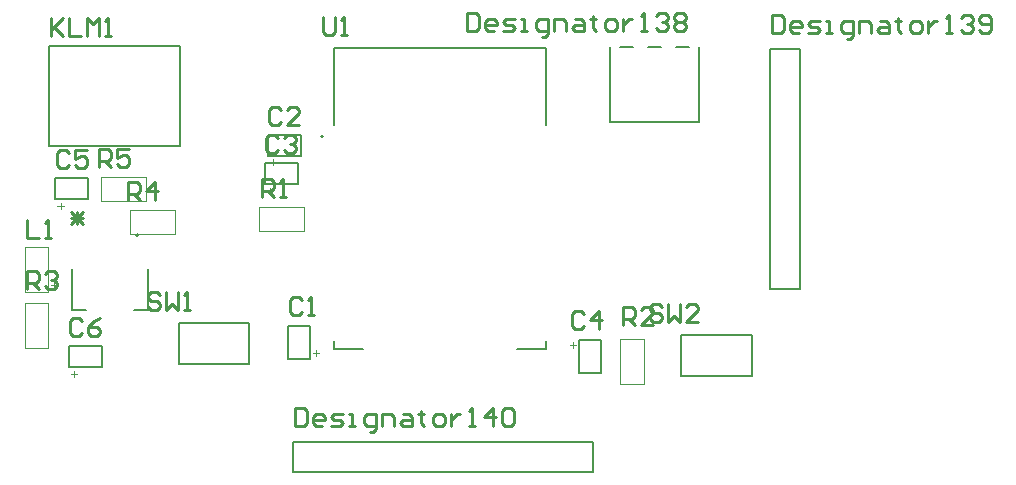
<source format=gto>
G04*
G04 #@! TF.GenerationSoftware,Altium Limited,Altium Designer,22.9.1 (49)*
G04*
G04 Layer_Color=65535*
%FSLAX25Y25*%
%MOIN*%
G70*
G04*
G04 #@! TF.SameCoordinates,5CD507B9-0275-4A0A-92E1-85163E932064*
G04*
G04*
G04 #@! TF.FilePolarity,Positive*
G04*
G01*
G75*
%ADD10C,0.00787*%
%ADD11C,0.00394*%
%ADD12C,0.00500*%
%ADD13C,0.01000*%
D10*
X104547Y143347D02*
G03*
X104547Y143347I-394J0D01*
G01*
X43008Y110413D02*
G03*
X43008Y110413I-394J0D01*
G01*
X102059Y41386D02*
X194559D01*
X94559D02*
X102059D01*
X94559Y31386D02*
Y41386D01*
Y31386D02*
X194559D01*
Y41386D01*
X253559Y172386D02*
X263559D01*
Y92386D02*
Y172386D01*
X253559Y92386D02*
X263559D01*
X253559D02*
Y172386D01*
X212697Y173016D02*
X217028D01*
X203445D02*
X207776D01*
X222146D02*
X226476D01*
X229999Y148137D02*
Y173016D01*
X200098Y148137D02*
Y173016D01*
Y148137D02*
X229999D01*
X13224Y173528D02*
X56925D01*
Y140063D02*
Y173528D01*
X13224Y140063D02*
X56925D01*
X13224D02*
Y173528D01*
X86047Y136843D02*
Y143929D01*
Y136843D02*
X97071D01*
Y143929D01*
X86047D02*
X97071D01*
X93016Y69224D02*
X100102D01*
Y80248D01*
X93016D02*
X100102D01*
X93016Y69224D02*
Y80248D01*
X85047Y127342D02*
Y134429D01*
Y127342D02*
X96071D01*
Y134429D01*
X85047D02*
X96071D01*
X15197Y122343D02*
Y129429D01*
Y122343D02*
X26221D01*
Y129429D01*
X15197D02*
X26221D01*
X19697Y66343D02*
Y73429D01*
Y66343D02*
X30720D01*
Y73429D01*
X19697D02*
X30720D01*
X190016Y75547D02*
X197102D01*
X190016Y64524D02*
Y75547D01*
Y64524D02*
X197102D01*
Y75547D01*
D11*
X98315Y111949D02*
Y119823D01*
X83354D02*
X98315D01*
X83354Y111949D02*
Y119823D01*
Y111949D02*
X98315D01*
X5122Y87866D02*
X12996D01*
X5122Y72905D02*
Y87866D01*
Y72905D02*
X12996D01*
Y87866D01*
X40079Y110949D02*
Y118823D01*
Y110949D02*
X55039D01*
Y118823D01*
X40079D02*
X55039D01*
X30579Y121949D02*
Y129823D01*
Y121949D02*
X45539D01*
Y129823D01*
X30579D02*
X45539D01*
X14965Y92587D02*
Y94949D01*
X13783Y93768D02*
X16146D01*
X5122Y91405D02*
Y106366D01*
X12996D01*
Y91405D02*
Y106366D01*
X5122Y91405D02*
X12996D01*
X203622Y75866D02*
X211496D01*
X203622Y60905D02*
Y75866D01*
Y60905D02*
X211496D01*
Y75866D01*
X86835Y134742D02*
X88934D01*
X87884Y135792D02*
Y133693D01*
X102202Y70012D02*
Y72111D01*
X101153Y71061D02*
X103252D01*
X85835Y125242D02*
X87934D01*
X86884Y126292D02*
Y124193D01*
X15984Y120243D02*
X18083D01*
X17034Y121292D02*
Y119193D01*
X20484Y64242D02*
X22583D01*
X21534Y65292D02*
Y63193D01*
X187916Y74760D02*
Y72661D01*
X188965Y73710D02*
X186866D01*
D12*
X178957Y147283D02*
Y172874D01*
X108091D02*
X178957D01*
X108091Y147283D02*
Y172874D01*
X178957Y72480D02*
Y75039D01*
X169311Y72480D02*
X178957D01*
X108091D02*
X117736D01*
X108091D02*
Y75039D01*
X56394Y81276D02*
X80016D01*
Y67496D02*
Y81276D01*
X56394Y67496D02*
X80016D01*
X56394D02*
Y81276D01*
X20764Y85413D02*
Y99193D01*
Y85413D02*
X25646D01*
X46354D02*
Y99193D01*
X41472Y85413D02*
X46354D01*
X223748Y77276D02*
X247370D01*
Y63496D02*
Y77276D01*
X223748Y63496D02*
X247370D01*
X223748D02*
Y77276D01*
D13*
X95159Y52784D02*
Y46786D01*
X98158D01*
X99158Y47785D01*
Y51784D01*
X98158Y52784D01*
X95159D01*
X104156Y46786D02*
X102157D01*
X101157Y47785D01*
Y49785D01*
X102157Y50784D01*
X104156D01*
X105156Y49785D01*
Y48785D01*
X101157D01*
X107155Y46786D02*
X110154D01*
X111154Y47785D01*
X110154Y48785D01*
X108155D01*
X107155Y49785D01*
X108155Y50784D01*
X111154D01*
X113153Y46786D02*
X115153D01*
X114153D01*
Y50784D01*
X113153D01*
X120151Y44787D02*
X121151D01*
X122150Y45786D01*
Y50784D01*
X119151D01*
X118152Y49785D01*
Y47785D01*
X119151Y46786D01*
X122150D01*
X124150D02*
Y50784D01*
X127149D01*
X128148Y49785D01*
Y46786D01*
X131147Y50784D02*
X133147D01*
X134146Y49785D01*
Y46786D01*
X131147D01*
X130148Y47785D01*
X131147Y48785D01*
X134146D01*
X137145Y51784D02*
Y50784D01*
X136146D01*
X138145D01*
X137145D01*
Y47785D01*
X138145Y46786D01*
X142144D02*
X144143D01*
X145143Y47785D01*
Y49785D01*
X144143Y50784D01*
X142144D01*
X141144Y49785D01*
Y47785D01*
X142144Y46786D01*
X147142Y50784D02*
Y46786D01*
Y48785D01*
X148142Y49785D01*
X149142Y50784D01*
X150141D01*
X153140Y46786D02*
X155140D01*
X154140D01*
Y52784D01*
X153140Y51784D01*
X161138Y46786D02*
Y52784D01*
X158139Y49785D01*
X162137D01*
X164137Y51784D02*
X165136Y52784D01*
X167136D01*
X168135Y51784D01*
Y47785D01*
X167136Y46786D01*
X165136D01*
X164137Y47785D01*
Y51784D01*
X254159Y183784D02*
Y177786D01*
X257158D01*
X258158Y178786D01*
Y182784D01*
X257158Y183784D01*
X254159D01*
X263156Y177786D02*
X261157D01*
X260157Y178786D01*
Y180785D01*
X261157Y181784D01*
X263156D01*
X264156Y180785D01*
Y179785D01*
X260157D01*
X266155Y177786D02*
X269154D01*
X270154Y178786D01*
X269154Y179785D01*
X267155D01*
X266155Y180785D01*
X267155Y181784D01*
X270154D01*
X272153Y177786D02*
X274153D01*
X273153D01*
Y181784D01*
X272153D01*
X279151Y175786D02*
X280151D01*
X281150Y176786D01*
Y181784D01*
X278151D01*
X277152Y180785D01*
Y178786D01*
X278151Y177786D01*
X281150D01*
X283150D02*
Y181784D01*
X286149D01*
X287148Y180785D01*
Y177786D01*
X290147Y181784D02*
X292147D01*
X293146Y180785D01*
Y177786D01*
X290147D01*
X289148Y178786D01*
X290147Y179785D01*
X293146D01*
X296146Y182784D02*
Y181784D01*
X295146D01*
X297145D01*
X296146D01*
Y178786D01*
X297145Y177786D01*
X301144D02*
X303143D01*
X304143Y178786D01*
Y180785D01*
X303143Y181784D01*
X301144D01*
X300144Y180785D01*
Y178786D01*
X301144Y177786D01*
X306142Y181784D02*
Y177786D01*
Y179785D01*
X307142Y180785D01*
X308142Y181784D01*
X309141D01*
X312140Y177786D02*
X314140D01*
X313140D01*
Y183784D01*
X312140Y182784D01*
X317139D02*
X318138Y183784D01*
X320138D01*
X321137Y182784D01*
Y181784D01*
X320138Y180785D01*
X319138D01*
X320138D01*
X321137Y179785D01*
Y178786D01*
X320138Y177786D01*
X318138D01*
X317139Y178786D01*
X323137D02*
X324136Y177786D01*
X326136D01*
X327135Y178786D01*
Y182784D01*
X326136Y183784D01*
X324136D01*
X323137Y182784D01*
Y181784D01*
X324136Y180785D01*
X327135D01*
X152459Y184384D02*
Y178386D01*
X155458D01*
X156458Y179385D01*
Y183384D01*
X155458Y184384D01*
X152459D01*
X161456Y178386D02*
X159457D01*
X158457Y179385D01*
Y181385D01*
X159457Y182385D01*
X161456D01*
X162456Y181385D01*
Y180385D01*
X158457D01*
X164455Y178386D02*
X167454D01*
X168454Y179385D01*
X167454Y180385D01*
X165455D01*
X164455Y181385D01*
X165455Y182385D01*
X168454D01*
X170453Y178386D02*
X172453D01*
X171453D01*
Y182385D01*
X170453D01*
X177451Y176386D02*
X178451D01*
X179450Y177386D01*
Y182385D01*
X176451D01*
X175452Y181385D01*
Y179385D01*
X176451Y178386D01*
X179450D01*
X181450D02*
Y182385D01*
X184449D01*
X185448Y181385D01*
Y178386D01*
X188447Y182385D02*
X190447D01*
X191446Y181385D01*
Y178386D01*
X188447D01*
X187448Y179385D01*
X188447Y180385D01*
X191446D01*
X194446Y183384D02*
Y182385D01*
X193446D01*
X195445D01*
X194446D01*
Y179385D01*
X195445Y178386D01*
X199444D02*
X201443D01*
X202443Y179385D01*
Y181385D01*
X201443Y182385D01*
X199444D01*
X198444Y181385D01*
Y179385D01*
X199444Y178386D01*
X204442Y182385D02*
Y178386D01*
Y180385D01*
X205442Y181385D01*
X206442Y182385D01*
X207441D01*
X210440Y178386D02*
X212440D01*
X211440D01*
Y184384D01*
X210440Y183384D01*
X215439D02*
X216438Y184384D01*
X218438D01*
X219437Y183384D01*
Y182385D01*
X218438Y181385D01*
X217438D01*
X218438D01*
X219437Y180385D01*
Y179385D01*
X218438Y178386D01*
X216438D01*
X215439Y179385D01*
X221437Y183384D02*
X222436Y184384D01*
X224436D01*
X225435Y183384D01*
Y182385D01*
X224436Y181385D01*
X225435Y180385D01*
Y179385D01*
X224436Y178386D01*
X222436D01*
X221437Y179385D01*
Y180385D01*
X222436Y181385D01*
X221437Y182385D01*
Y183384D01*
X222436Y181385D02*
X224436D01*
X13859Y182884D02*
Y176886D01*
Y178885D01*
X17858Y182884D01*
X14859Y179885D01*
X17858Y176886D01*
X19857Y182884D02*
Y176886D01*
X23856D01*
X25855D02*
Y182884D01*
X27854Y180885D01*
X29854Y182884D01*
Y176886D01*
X31853D02*
X33853D01*
X32853D01*
Y182884D01*
X31853Y181884D01*
X84159Y122986D02*
Y128984D01*
X87158D01*
X88158Y127984D01*
Y125985D01*
X87158Y124985D01*
X84159D01*
X86158D02*
X88158Y122986D01*
X90157D02*
X92156D01*
X91157D01*
Y128984D01*
X90157Y127984D01*
X104359Y182984D02*
Y177986D01*
X105359Y176986D01*
X107358D01*
X108358Y177986D01*
Y182984D01*
X110357Y176986D02*
X112356D01*
X111357D01*
Y182984D01*
X110357Y181984D01*
X50258Y90384D02*
X49258Y91384D01*
X47259D01*
X46259Y90384D01*
Y89385D01*
X47259Y88385D01*
X49258D01*
X50258Y87385D01*
Y86386D01*
X49258Y85386D01*
X47259D01*
X46259Y86386D01*
X52257Y91384D02*
Y85386D01*
X54256Y87385D01*
X56256Y85386D01*
Y91384D01*
X58255Y85386D02*
X60255D01*
X59255D01*
Y91384D01*
X58255Y90384D01*
X90658Y152284D02*
X89658Y153284D01*
X87659D01*
X86659Y152284D01*
Y148285D01*
X87659Y147286D01*
X89658D01*
X90658Y148285D01*
X96656Y147286D02*
X92657D01*
X96656Y151285D01*
Y152284D01*
X95656Y153284D01*
X93657D01*
X92657Y152284D01*
X97658Y88684D02*
X96658Y89684D01*
X94659D01*
X93659Y88684D01*
Y84685D01*
X94659Y83686D01*
X96658D01*
X97658Y84685D01*
X99657Y83686D02*
X101656D01*
X100657D01*
Y89684D01*
X99657Y88684D01*
X89658Y142784D02*
X88658Y143784D01*
X86659D01*
X85659Y142784D01*
Y138786D01*
X86659Y137786D01*
X88658D01*
X89658Y138786D01*
X91657Y142784D02*
X92657Y143784D01*
X94656D01*
X95656Y142784D01*
Y141785D01*
X94656Y140785D01*
X93656D01*
X94656D01*
X95656Y139785D01*
Y138786D01*
X94656Y137786D01*
X92657D01*
X91657Y138786D01*
X5959Y92486D02*
Y98484D01*
X8958D01*
X9958Y97484D01*
Y95485D01*
X8958Y94485D01*
X5959D01*
X7958D02*
X9958Y92486D01*
X11957Y97484D02*
X12957Y98484D01*
X14956D01*
X15956Y97484D01*
Y96485D01*
X14956Y95485D01*
X13957D01*
X14956D01*
X15956Y94485D01*
Y93485D01*
X14956Y92486D01*
X12957D01*
X11957Y93485D01*
X39459Y121986D02*
Y127984D01*
X42458D01*
X43458Y126984D01*
Y124985D01*
X42458Y123985D01*
X39459D01*
X41458D02*
X43458Y121986D01*
X48456D02*
Y127984D01*
X45457Y124985D01*
X49456D01*
X29959Y132986D02*
Y138984D01*
X32958D01*
X33958Y137984D01*
Y135985D01*
X32958Y134985D01*
X29959D01*
X31958D02*
X33958Y132986D01*
X39956Y138984D02*
X35957D01*
Y135985D01*
X37957Y136985D01*
X38956D01*
X39956Y135985D01*
Y133985D01*
X38956Y132986D01*
X36957D01*
X35957Y133985D01*
X20659Y118184D02*
X24658Y114186D01*
X20659D02*
X24658Y118184D01*
X20659Y116185D02*
X24658D01*
X22658Y114186D02*
Y118184D01*
X5959Y115584D02*
Y109586D01*
X9958D01*
X11957D02*
X13957D01*
X12957D01*
Y115584D01*
X11957Y114584D01*
X19758Y137784D02*
X18758Y138784D01*
X16759D01*
X15759Y137784D01*
Y133785D01*
X16759Y132786D01*
X18758D01*
X19758Y133785D01*
X25756Y138784D02*
X21757D01*
Y135785D01*
X23756Y136785D01*
X24756D01*
X25756Y135785D01*
Y133785D01*
X24756Y132786D01*
X22757D01*
X21757Y133785D01*
X24258Y81784D02*
X23258Y82784D01*
X21259D01*
X20259Y81784D01*
Y77785D01*
X21259Y76786D01*
X23258D01*
X24258Y77785D01*
X30256Y82784D02*
X28256Y81784D01*
X26257Y79785D01*
Y77785D01*
X27257Y76786D01*
X29256D01*
X30256Y77785D01*
Y78785D01*
X29256Y79785D01*
X26257D01*
X217558Y86384D02*
X216558Y87384D01*
X214559D01*
X213559Y86384D01*
Y85385D01*
X214559Y84385D01*
X216558D01*
X217558Y83385D01*
Y82385D01*
X216558Y81386D01*
X214559D01*
X213559Y82385D01*
X219557Y87384D02*
Y81386D01*
X221556Y83385D01*
X223556Y81386D01*
Y87384D01*
X229554Y81386D02*
X225555D01*
X229554Y85385D01*
Y86384D01*
X228554Y87384D01*
X226555D01*
X225555Y86384D01*
X191458Y83984D02*
X190458Y84984D01*
X188459D01*
X187459Y83984D01*
Y79985D01*
X188459Y78986D01*
X190458D01*
X191458Y79985D01*
X196456Y78986D02*
Y84984D01*
X193457Y81985D01*
X197456D01*
X204459Y80486D02*
Y86484D01*
X207458D01*
X208458Y85484D01*
Y83485D01*
X207458Y82485D01*
X204459D01*
X206458D02*
X208458Y80486D01*
X214456D02*
X210457D01*
X214456Y84484D01*
Y85484D01*
X213456Y86484D01*
X211457D01*
X210457Y85484D01*
M02*

</source>
